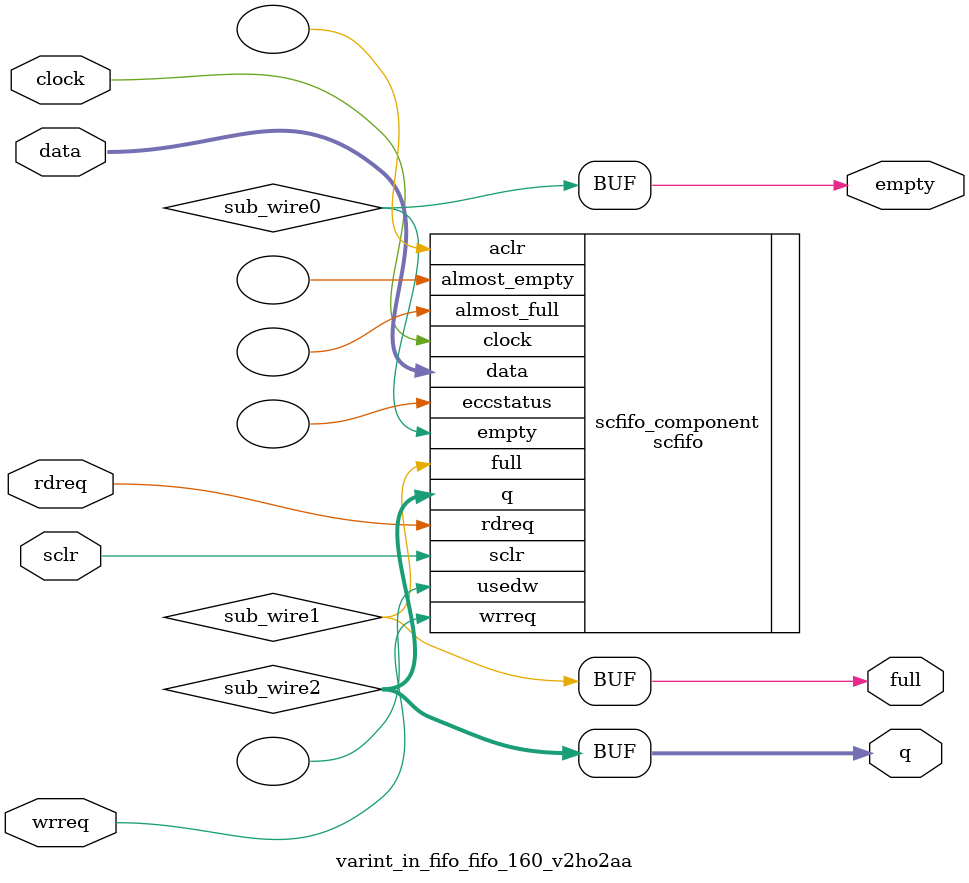
<source format=v>



`timescale 1 ps / 1 ps
// synopsys translate_on
module  varint_in_fifo_fifo_160_v2ho2aa  (
    clock,
    data,
    rdreq,
    sclr,
    wrreq,
    empty,
    full,
    q);

    input    clock;
    input  [31:0]  data;
    input    rdreq;
    input    sclr;
    input    wrreq;
    output   empty;
    output   full;
    output [31:0]  q;

    wire  sub_wire0;
    wire  sub_wire1;
    wire [31:0] sub_wire2;
    wire  empty = sub_wire0;
    wire  full = sub_wire1;
    wire [31:0] q = sub_wire2[31:0];

    scfifo  scfifo_component (
                .clock (clock),
                .data (data),
                .rdreq (rdreq),
                .sclr (sclr),
                .wrreq (wrreq),
                .empty (sub_wire0),
                .full (sub_wire1),
                .q (sub_wire2),
                .aclr (),
                .almost_empty (),
                .almost_full (),
                .eccstatus (),
                .usedw ());
    defparam
        scfifo_component.add_ram_output_register  = "ON",
        scfifo_component.enable_ecc  = "FALSE",
        scfifo_component.intended_device_family  = "Arria 10",
        scfifo_component.lpm_numwords  = 1024,
        scfifo_component.lpm_showahead  = "OFF",
        scfifo_component.lpm_type  = "scfifo",
        scfifo_component.lpm_width  = 32,
        scfifo_component.lpm_widthu  = 10,
        scfifo_component.overflow_checking  = "ON",
        scfifo_component.underflow_checking  = "ON",
        scfifo_component.use_eab  = "ON";


endmodule



</source>
